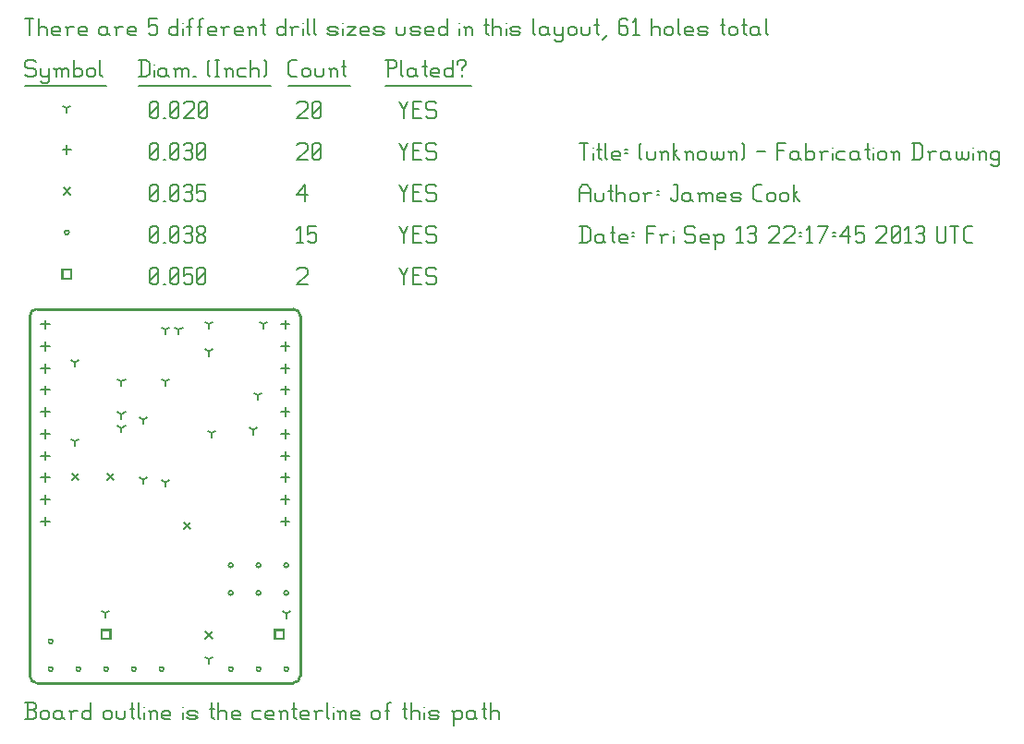
<source format=gbr>
G04 start of page 11 for group -3984 idx -3984 *
G04 Title: (unknown), fab *
G04 Creator: pcb 20110918 *
G04 CreationDate: Fri Sep 13 22:17:45 2013 UTC *
G04 For: mokus *
G04 Format: Gerber/RS-274X *
G04 PCB-Dimensions: 100000 140000 *
G04 PCB-Coordinate-Origin: lower left *
%MOIN*%
%FSLAX25Y25*%
%LNFAB*%
%ADD77C,0.0100*%
%ADD76C,0.0075*%
%ADD75C,0.0060*%
%ADD74R,0.0080X0.0080*%
G54D74*X27559Y22716D02*X30759D01*
X27559D02*Y19516D01*
X30759D01*
Y22716D02*Y19516D01*
X90059Y22716D02*X93259D01*
X90059D02*Y19516D01*
X93259D01*
Y22716D02*Y19516D01*
X13400Y152850D02*X16600D01*
X13400D02*Y149650D01*
X16600D01*
Y152850D02*Y149650D01*
G54D75*X135000Y153500D02*X136500Y150500D01*
X138000Y153500D01*
X136500Y150500D02*Y147500D01*
X139800Y150800D02*X142050D01*
X139800Y147500D02*X142800D01*
X139800Y153500D02*Y147500D01*
Y153500D02*X142800D01*
X147600D02*X148350Y152750D01*
X145350Y153500D02*X147600D01*
X144600Y152750D02*X145350Y153500D01*
X144600Y152750D02*Y151250D01*
X145350Y150500D01*
X147600D01*
X148350Y149750D01*
Y148250D01*
X147600Y147500D02*X148350Y148250D01*
X145350Y147500D02*X147600D01*
X144600Y148250D02*X145350Y147500D01*
X98000Y152750D02*X98750Y153500D01*
X101000D01*
X101750Y152750D01*
Y151250D01*
X98000Y147500D02*X101750Y151250D01*
X98000Y147500D02*X101750D01*
X45000Y148250D02*X45750Y147500D01*
X45000Y152750D02*Y148250D01*
Y152750D02*X45750Y153500D01*
X47250D01*
X48000Y152750D01*
Y148250D01*
X47250Y147500D02*X48000Y148250D01*
X45750Y147500D02*X47250D01*
X45000Y149000D02*X48000Y152000D01*
X49800Y147500D02*X50550D01*
X52350Y148250D02*X53100Y147500D01*
X52350Y152750D02*Y148250D01*
Y152750D02*X53100Y153500D01*
X54600D01*
X55350Y152750D01*
Y148250D01*
X54600Y147500D02*X55350Y148250D01*
X53100Y147500D02*X54600D01*
X52350Y149000D02*X55350Y152000D01*
X57150Y153500D02*X60150D01*
X57150D02*Y150500D01*
X57900Y151250D01*
X59400D01*
X60150Y150500D01*
Y148250D01*
X59400Y147500D02*X60150Y148250D01*
X57900Y147500D02*X59400D01*
X57150Y148250D02*X57900Y147500D01*
X61950Y148250D02*X62700Y147500D01*
X61950Y152750D02*Y148250D01*
Y152750D02*X62700Y153500D01*
X64200D01*
X64950Y152750D01*
Y148250D01*
X64200Y147500D02*X64950Y148250D01*
X62700Y147500D02*X64200D01*
X61950Y149000D02*X64950Y152000D01*
X73359Y8616D02*G75*G03X74959Y8616I800J0D01*G01*
G75*G03X73359Y8616I-800J0D01*G01*
X83359D02*G75*G03X84959Y8616I800J0D01*G01*
G75*G03X83359Y8616I-800J0D01*G01*
X93359D02*G75*G03X94959Y8616I800J0D01*G01*
G75*G03X93359Y8616I-800J0D01*G01*
X8359D02*G75*G03X9959Y8616I800J0D01*G01*
G75*G03X8359Y8616I-800J0D01*G01*
Y18616D02*G75*G03X9959Y18616I800J0D01*G01*
G75*G03X8359Y18616I-800J0D01*G01*
X18359Y8616D02*G75*G03X19959Y8616I800J0D01*G01*
G75*G03X18359Y8616I-800J0D01*G01*
X28359D02*G75*G03X29959Y8616I800J0D01*G01*
G75*G03X28359Y8616I-800J0D01*G01*
X38359D02*G75*G03X39959Y8616I800J0D01*G01*
G75*G03X38359Y8616I-800J0D01*G01*
X48359D02*G75*G03X49959Y8616I800J0D01*G01*
G75*G03X48359Y8616I-800J0D01*G01*
X93359Y46116D02*G75*G03X94959Y46116I800J0D01*G01*
G75*G03X93359Y46116I-800J0D01*G01*
Y36116D02*G75*G03X94959Y36116I800J0D01*G01*
G75*G03X93359Y36116I-800J0D01*G01*
X83359Y46116D02*G75*G03X84959Y46116I800J0D01*G01*
G75*G03X83359Y46116I-800J0D01*G01*
Y36116D02*G75*G03X84959Y36116I800J0D01*G01*
G75*G03X83359Y36116I-800J0D01*G01*
X73359Y46116D02*G75*G03X74959Y46116I800J0D01*G01*
G75*G03X73359Y46116I-800J0D01*G01*
Y36116D02*G75*G03X74959Y36116I800J0D01*G01*
G75*G03X73359Y36116I-800J0D01*G01*
X14200Y166250D02*G75*G03X15800Y166250I800J0D01*G01*
G75*G03X14200Y166250I-800J0D01*G01*
X135000Y168500D02*X136500Y165500D01*
X138000Y168500D01*
X136500Y165500D02*Y162500D01*
X139800Y165800D02*X142050D01*
X139800Y162500D02*X142800D01*
X139800Y168500D02*Y162500D01*
Y168500D02*X142800D01*
X147600D02*X148350Y167750D01*
X145350Y168500D02*X147600D01*
X144600Y167750D02*X145350Y168500D01*
X144600Y167750D02*Y166250D01*
X145350Y165500D01*
X147600D01*
X148350Y164750D01*
Y163250D01*
X147600Y162500D02*X148350Y163250D01*
X145350Y162500D02*X147600D01*
X144600Y163250D02*X145350Y162500D01*
X98000Y167300D02*X99200Y168500D01*
Y162500D01*
X98000D02*X100250D01*
X102050Y168500D02*X105050D01*
X102050D02*Y165500D01*
X102800Y166250D01*
X104300D01*
X105050Y165500D01*
Y163250D01*
X104300Y162500D02*X105050Y163250D01*
X102800Y162500D02*X104300D01*
X102050Y163250D02*X102800Y162500D01*
X45000Y163250D02*X45750Y162500D01*
X45000Y167750D02*Y163250D01*
Y167750D02*X45750Y168500D01*
X47250D01*
X48000Y167750D01*
Y163250D01*
X47250Y162500D02*X48000Y163250D01*
X45750Y162500D02*X47250D01*
X45000Y164000D02*X48000Y167000D01*
X49800Y162500D02*X50550D01*
X52350Y163250D02*X53100Y162500D01*
X52350Y167750D02*Y163250D01*
Y167750D02*X53100Y168500D01*
X54600D01*
X55350Y167750D01*
Y163250D01*
X54600Y162500D02*X55350Y163250D01*
X53100Y162500D02*X54600D01*
X52350Y164000D02*X55350Y167000D01*
X57150Y167750D02*X57900Y168500D01*
X59400D01*
X60150Y167750D01*
X59400Y162500D02*X60150Y163250D01*
X57900Y162500D02*X59400D01*
X57150Y163250D02*X57900Y162500D01*
Y165800D02*X59400D01*
X60150Y167750D02*Y166550D01*
Y165050D02*Y163250D01*
Y165050D02*X59400Y165800D01*
X60150Y166550D02*X59400Y165800D01*
X61950Y163250D02*X62700Y162500D01*
X61950Y164450D02*Y163250D01*
Y164450D02*X63000Y165500D01*
X63900D01*
X64950Y164450D01*
Y163250D01*
X64200Y162500D02*X64950Y163250D01*
X62700Y162500D02*X64200D01*
X61950Y166550D02*X63000Y165500D01*
X61950Y167750D02*Y166550D01*
Y167750D02*X62700Y168500D01*
X64200D01*
X64950Y167750D01*
Y166550D01*
X63900Y165500D02*X64950Y166550D01*
X16786Y79198D02*X19186Y76798D01*
X16786D02*X19186Y79198D01*
X29581D02*X31981Y76798D01*
X29581D02*X31981Y79198D01*
X57140Y61481D02*X59540Y59081D01*
X57140D02*X59540Y61481D01*
X65014Y22111D02*X67414Y19711D01*
X65014D02*X67414Y22111D01*
X13800Y182450D02*X16200Y180050D01*
X13800D02*X16200Y182450D01*
X135000Y183500D02*X136500Y180500D01*
X138000Y183500D01*
X136500Y180500D02*Y177500D01*
X139800Y180800D02*X142050D01*
X139800Y177500D02*X142800D01*
X139800Y183500D02*Y177500D01*
Y183500D02*X142800D01*
X147600D02*X148350Y182750D01*
X145350Y183500D02*X147600D01*
X144600Y182750D02*X145350Y183500D01*
X144600Y182750D02*Y181250D01*
X145350Y180500D01*
X147600D01*
X148350Y179750D01*
Y178250D01*
X147600Y177500D02*X148350Y178250D01*
X145350Y177500D02*X147600D01*
X144600Y178250D02*X145350Y177500D01*
X98000Y179750D02*X101000Y183500D01*
X98000Y179750D02*X101750D01*
X101000Y183500D02*Y177500D01*
X45000Y178250D02*X45750Y177500D01*
X45000Y182750D02*Y178250D01*
Y182750D02*X45750Y183500D01*
X47250D01*
X48000Y182750D01*
Y178250D01*
X47250Y177500D02*X48000Y178250D01*
X45750Y177500D02*X47250D01*
X45000Y179000D02*X48000Y182000D01*
X49800Y177500D02*X50550D01*
X52350Y178250D02*X53100Y177500D01*
X52350Y182750D02*Y178250D01*
Y182750D02*X53100Y183500D01*
X54600D01*
X55350Y182750D01*
Y178250D01*
X54600Y177500D02*X55350Y178250D01*
X53100Y177500D02*X54600D01*
X52350Y179000D02*X55350Y182000D01*
X57150Y182750D02*X57900Y183500D01*
X59400D01*
X60150Y182750D01*
X59400Y177500D02*X60150Y178250D01*
X57900Y177500D02*X59400D01*
X57150Y178250D02*X57900Y177500D01*
Y180800D02*X59400D01*
X60150Y182750D02*Y181550D01*
Y180050D02*Y178250D01*
Y180050D02*X59400Y180800D01*
X60150Y181550D02*X59400Y180800D01*
X61950Y183500D02*X64950D01*
X61950D02*Y180500D01*
X62700Y181250D01*
X64200D01*
X64950Y180500D01*
Y178250D01*
X64200Y177500D02*X64950Y178250D01*
X62700Y177500D02*X64200D01*
X61950Y178250D02*X62700Y177500D01*
X93759Y63616D02*Y60416D01*
X92159Y62016D02*X95359D01*
X7159Y63616D02*Y60416D01*
X5559Y62016D02*X8759D01*
X93759Y71516D02*Y68316D01*
X92159Y69916D02*X95359D01*
X7159Y71516D02*Y68316D01*
X5559Y69916D02*X8759D01*
X93759Y79416D02*Y76216D01*
X92159Y77816D02*X95359D01*
X7159Y79416D02*Y76216D01*
X5559Y77816D02*X8759D01*
X93759Y87316D02*Y84116D01*
X92159Y85716D02*X95359D01*
X7159Y87316D02*Y84116D01*
X5559Y85716D02*X8759D01*
X93759Y95216D02*Y92016D01*
X92159Y93616D02*X95359D01*
X7159Y95216D02*Y92016D01*
X5559Y93616D02*X8759D01*
X93759Y103116D02*Y99916D01*
X92159Y101516D02*X95359D01*
X7159Y103116D02*Y99916D01*
X5559Y101516D02*X8759D01*
X93759Y111016D02*Y107816D01*
X92159Y109416D02*X95359D01*
X7159Y111016D02*Y107816D01*
X5559Y109416D02*X8759D01*
X93759Y118916D02*Y115716D01*
X92159Y117316D02*X95359D01*
X7159Y118916D02*Y115716D01*
X5559Y117316D02*X8759D01*
X93759Y126816D02*Y123616D01*
X92159Y125216D02*X95359D01*
X7159Y126816D02*Y123616D01*
X5559Y125216D02*X8759D01*
X93759Y134716D02*Y131516D01*
X92159Y133116D02*X95359D01*
X7159Y134716D02*Y131516D01*
X5559Y133116D02*X8759D01*
X15000Y197850D02*Y194650D01*
X13400Y196250D02*X16600D01*
X135000Y198500D02*X136500Y195500D01*
X138000Y198500D01*
X136500Y195500D02*Y192500D01*
X139800Y195800D02*X142050D01*
X139800Y192500D02*X142800D01*
X139800Y198500D02*Y192500D01*
Y198500D02*X142800D01*
X147600D02*X148350Y197750D01*
X145350Y198500D02*X147600D01*
X144600Y197750D02*X145350Y198500D01*
X144600Y197750D02*Y196250D01*
X145350Y195500D01*
X147600D01*
X148350Y194750D01*
Y193250D01*
X147600Y192500D02*X148350Y193250D01*
X145350Y192500D02*X147600D01*
X144600Y193250D02*X145350Y192500D01*
X98000Y197750D02*X98750Y198500D01*
X101000D01*
X101750Y197750D01*
Y196250D01*
X98000Y192500D02*X101750Y196250D01*
X98000Y192500D02*X101750D01*
X103550Y193250D02*X104300Y192500D01*
X103550Y197750D02*Y193250D01*
Y197750D02*X104300Y198500D01*
X105800D01*
X106550Y197750D01*
Y193250D01*
X105800Y192500D02*X106550Y193250D01*
X104300Y192500D02*X105800D01*
X103550Y194000D02*X106550Y197000D01*
X45000Y193250D02*X45750Y192500D01*
X45000Y197750D02*Y193250D01*
Y197750D02*X45750Y198500D01*
X47250D01*
X48000Y197750D01*
Y193250D01*
X47250Y192500D02*X48000Y193250D01*
X45750Y192500D02*X47250D01*
X45000Y194000D02*X48000Y197000D01*
X49800Y192500D02*X50550D01*
X52350Y193250D02*X53100Y192500D01*
X52350Y197750D02*Y193250D01*
Y197750D02*X53100Y198500D01*
X54600D01*
X55350Y197750D01*
Y193250D01*
X54600Y192500D02*X55350Y193250D01*
X53100Y192500D02*X54600D01*
X52350Y194000D02*X55350Y197000D01*
X57150Y197750D02*X57900Y198500D01*
X59400D01*
X60150Y197750D01*
X59400Y192500D02*X60150Y193250D01*
X57900Y192500D02*X59400D01*
X57150Y193250D02*X57900Y192500D01*
Y195800D02*X59400D01*
X60150Y197750D02*Y196550D01*
Y195050D02*Y193250D01*
Y195050D02*X59400Y195800D01*
X60150Y196550D02*X59400Y195800D01*
X61950Y193250D02*X62700Y192500D01*
X61950Y197750D02*Y193250D01*
Y197750D02*X62700Y198500D01*
X64200D01*
X64950Y197750D01*
Y193250D01*
X64200Y192500D02*X64950Y193250D01*
X62700Y192500D02*X64200D01*
X61950Y194000D02*X64950Y197000D01*
X50466Y131147D02*Y129547D01*
Y131147D02*X51853Y131947D01*
X50466Y131147D02*X49080Y131947D01*
X55387Y131147D02*Y129547D01*
Y131147D02*X56774Y131947D01*
X55387Y131147D02*X54001Y131947D01*
X34718Y95714D02*Y94114D01*
Y95714D02*X36105Y96514D01*
X34718Y95714D02*X33332Y96514D01*
X34718Y100636D02*Y99036D01*
Y100636D02*X36105Y101436D01*
X34718Y100636D02*X33332Y101436D01*
X67198Y93746D02*Y92146D01*
Y93746D02*X68585Y94546D01*
X67198Y93746D02*X65812Y94546D01*
X50466Y76029D02*Y74429D01*
Y76029D02*X51853Y76829D01*
X50466Y76029D02*X49080Y76829D01*
X66214Y12053D02*Y10453D01*
Y12053D02*X67601Y12853D01*
X66214Y12053D02*X64828Y12853D01*
X17986Y90793D02*Y89193D01*
Y90793D02*X19373Y91593D01*
X17986Y90793D02*X16600Y91593D01*
X17986Y119336D02*Y117736D01*
Y119336D02*X19373Y120136D01*
X17986Y119336D02*X16600Y120136D01*
X66214Y123273D02*Y121673D01*
Y123273D02*X67601Y124073D01*
X66214Y123273D02*X64828Y124073D01*
X82159Y94927D02*Y93327D01*
Y94927D02*X83546Y95727D01*
X82159Y94927D02*X80773Y95727D01*
X83931Y107525D02*Y105925D01*
Y107525D02*X85318Y108325D01*
X83931Y107525D02*X82545Y108325D01*
X85899Y133116D02*Y131516D01*
Y133116D02*X87286Y133916D01*
X85899Y133116D02*X84513Y133916D01*
X66214Y133116D02*Y131516D01*
Y133116D02*X67601Y133916D01*
X66214Y133116D02*X64828Y133916D01*
X50466Y112447D02*Y110847D01*
Y112447D02*X51853Y113247D01*
X50466Y112447D02*X49080Y113247D01*
X34718Y112447D02*Y110847D01*
Y112447D02*X36105Y113247D01*
X34718Y112447D02*X33332Y113247D01*
X42592Y98667D02*Y97067D01*
Y98667D02*X43979Y99467D01*
X42592Y98667D02*X41206Y99467D01*
X28813Y28785D02*Y27185D01*
Y28785D02*X30200Y29585D01*
X28813Y28785D02*X27427Y29585D01*
X42592Y77014D02*Y75414D01*
Y77014D02*X43979Y77814D01*
X42592Y77014D02*X41206Y77814D01*
X94159Y28616D02*Y27016D01*
Y28616D02*X95546Y29416D01*
X94159Y28616D02*X92773Y29416D01*
X15000Y211250D02*Y209650D01*
Y211250D02*X16387Y212050D01*
X15000Y211250D02*X13613Y212050D01*
X135000Y213500D02*X136500Y210500D01*
X138000Y213500D01*
X136500Y210500D02*Y207500D01*
X139800Y210800D02*X142050D01*
X139800Y207500D02*X142800D01*
X139800Y213500D02*Y207500D01*
Y213500D02*X142800D01*
X147600D02*X148350Y212750D01*
X145350Y213500D02*X147600D01*
X144600Y212750D02*X145350Y213500D01*
X144600Y212750D02*Y211250D01*
X145350Y210500D01*
X147600D01*
X148350Y209750D01*
Y208250D01*
X147600Y207500D02*X148350Y208250D01*
X145350Y207500D02*X147600D01*
X144600Y208250D02*X145350Y207500D01*
X98000Y212750D02*X98750Y213500D01*
X101000D01*
X101750Y212750D01*
Y211250D01*
X98000Y207500D02*X101750Y211250D01*
X98000Y207500D02*X101750D01*
X103550Y208250D02*X104300Y207500D01*
X103550Y212750D02*Y208250D01*
Y212750D02*X104300Y213500D01*
X105800D01*
X106550Y212750D01*
Y208250D01*
X105800Y207500D02*X106550Y208250D01*
X104300Y207500D02*X105800D01*
X103550Y209000D02*X106550Y212000D01*
X45000Y208250D02*X45750Y207500D01*
X45000Y212750D02*Y208250D01*
Y212750D02*X45750Y213500D01*
X47250D01*
X48000Y212750D01*
Y208250D01*
X47250Y207500D02*X48000Y208250D01*
X45750Y207500D02*X47250D01*
X45000Y209000D02*X48000Y212000D01*
X49800Y207500D02*X50550D01*
X52350Y208250D02*X53100Y207500D01*
X52350Y212750D02*Y208250D01*
Y212750D02*X53100Y213500D01*
X54600D01*
X55350Y212750D01*
Y208250D01*
X54600Y207500D02*X55350Y208250D01*
X53100Y207500D02*X54600D01*
X52350Y209000D02*X55350Y212000D01*
X57150Y212750D02*X57900Y213500D01*
X60150D01*
X60900Y212750D01*
Y211250D01*
X57150Y207500D02*X60900Y211250D01*
X57150Y207500D02*X60900D01*
X62700Y208250D02*X63450Y207500D01*
X62700Y212750D02*Y208250D01*
Y212750D02*X63450Y213500D01*
X64950D01*
X65700Y212750D01*
Y208250D01*
X64950Y207500D02*X65700Y208250D01*
X63450Y207500D02*X64950D01*
X62700Y209000D02*X65700Y212000D01*
X3000Y228500D02*X3750Y227750D01*
X750Y228500D02*X3000D01*
X0Y227750D02*X750Y228500D01*
X0Y227750D02*Y226250D01*
X750Y225500D01*
X3000D01*
X3750Y224750D01*
Y223250D01*
X3000Y222500D02*X3750Y223250D01*
X750Y222500D02*X3000D01*
X0Y223250D02*X750Y222500D01*
X5550Y225500D02*Y223250D01*
X6300Y222500D01*
X8550Y225500D02*Y221000D01*
X7800Y220250D02*X8550Y221000D01*
X6300Y220250D02*X7800D01*
X5550Y221000D02*X6300Y220250D01*
Y222500D02*X7800D01*
X8550Y223250D01*
X11100Y224750D02*Y222500D01*
Y224750D02*X11850Y225500D01*
X12600D01*
X13350Y224750D01*
Y222500D01*
Y224750D02*X14100Y225500D01*
X14850D01*
X15600Y224750D01*
Y222500D01*
X10350Y225500D02*X11100Y224750D01*
X17400Y228500D02*Y222500D01*
Y223250D02*X18150Y222500D01*
X19650D01*
X20400Y223250D01*
Y224750D02*Y223250D01*
X19650Y225500D02*X20400Y224750D01*
X18150Y225500D02*X19650D01*
X17400Y224750D02*X18150Y225500D01*
X22200Y224750D02*Y223250D01*
Y224750D02*X22950Y225500D01*
X24450D01*
X25200Y224750D01*
Y223250D01*
X24450Y222500D02*X25200Y223250D01*
X22950Y222500D02*X24450D01*
X22200Y223250D02*X22950Y222500D01*
X27000Y228500D02*Y223250D01*
X27750Y222500D01*
X0Y219250D02*X29250D01*
X41750Y228500D02*Y222500D01*
X43700Y228500D02*X44750Y227450D01*
Y223550D01*
X43700Y222500D02*X44750Y223550D01*
X41000Y222500D02*X43700D01*
X41000Y228500D02*X43700D01*
G54D76*X46550Y227000D02*Y226850D01*
G54D75*Y224750D02*Y222500D01*
X50300Y225500D02*X51050Y224750D01*
X48800Y225500D02*X50300D01*
X48050Y224750D02*X48800Y225500D01*
X48050Y224750D02*Y223250D01*
X48800Y222500D01*
X51050Y225500D02*Y223250D01*
X51800Y222500D01*
X48800D02*X50300D01*
X51050Y223250D01*
X54350Y224750D02*Y222500D01*
Y224750D02*X55100Y225500D01*
X55850D01*
X56600Y224750D01*
Y222500D01*
Y224750D02*X57350Y225500D01*
X58100D01*
X58850Y224750D01*
Y222500D01*
X53600Y225500D02*X54350Y224750D01*
X60650Y222500D02*X61400D01*
X65900Y223250D02*X66650Y222500D01*
X65900Y227750D02*X66650Y228500D01*
X65900Y227750D02*Y223250D01*
X68450Y228500D02*X69950D01*
X69200D02*Y222500D01*
X68450D02*X69950D01*
X72500Y224750D02*Y222500D01*
Y224750D02*X73250Y225500D01*
X74000D01*
X74750Y224750D01*
Y222500D01*
X71750Y225500D02*X72500Y224750D01*
X77300Y225500D02*X79550D01*
X76550Y224750D02*X77300Y225500D01*
X76550Y224750D02*Y223250D01*
X77300Y222500D01*
X79550D01*
X81350Y228500D02*Y222500D01*
Y224750D02*X82100Y225500D01*
X83600D01*
X84350Y224750D01*
Y222500D01*
X86150Y228500D02*X86900Y227750D01*
Y223250D01*
X86150Y222500D02*X86900Y223250D01*
X41000Y219250D02*X88700D01*
X96050Y222500D02*X98000D01*
X95000Y223550D02*X96050Y222500D01*
X95000Y227450D02*Y223550D01*
Y227450D02*X96050Y228500D01*
X98000D01*
X99800Y224750D02*Y223250D01*
Y224750D02*X100550Y225500D01*
X102050D01*
X102800Y224750D01*
Y223250D01*
X102050Y222500D02*X102800Y223250D01*
X100550Y222500D02*X102050D01*
X99800Y223250D02*X100550Y222500D01*
X104600Y225500D02*Y223250D01*
X105350Y222500D01*
X106850D01*
X107600Y223250D01*
Y225500D02*Y223250D01*
X110150Y224750D02*Y222500D01*
Y224750D02*X110900Y225500D01*
X111650D01*
X112400Y224750D01*
Y222500D01*
X109400Y225500D02*X110150Y224750D01*
X114950Y228500D02*Y223250D01*
X115700Y222500D01*
X114200Y226250D02*X115700D01*
X95000Y219250D02*X117200D01*
X130750Y228500D02*Y222500D01*
X130000Y228500D02*X133000D01*
X133750Y227750D01*
Y226250D01*
X133000Y225500D02*X133750Y226250D01*
X130750Y225500D02*X133000D01*
X135550Y228500D02*Y223250D01*
X136300Y222500D01*
X140050Y225500D02*X140800Y224750D01*
X138550Y225500D02*X140050D01*
X137800Y224750D02*X138550Y225500D01*
X137800Y224750D02*Y223250D01*
X138550Y222500D01*
X140800Y225500D02*Y223250D01*
X141550Y222500D01*
X138550D02*X140050D01*
X140800Y223250D01*
X144100Y228500D02*Y223250D01*
X144850Y222500D01*
X143350Y226250D02*X144850D01*
X147100Y222500D02*X149350D01*
X146350Y223250D02*X147100Y222500D01*
X146350Y224750D02*Y223250D01*
Y224750D02*X147100Y225500D01*
X148600D01*
X149350Y224750D01*
X146350Y224000D02*X149350D01*
Y224750D02*Y224000D01*
X154150Y228500D02*Y222500D01*
X153400D02*X154150Y223250D01*
X151900Y222500D02*X153400D01*
X151150Y223250D02*X151900Y222500D01*
X151150Y224750D02*Y223250D01*
Y224750D02*X151900Y225500D01*
X153400D01*
X154150Y224750D01*
X157450Y225500D02*Y224750D01*
Y223250D02*Y222500D01*
X155950Y227750D02*Y227000D01*
Y227750D02*X156700Y228500D01*
X158200D01*
X158950Y227750D01*
Y227000D01*
X157450Y225500D02*X158950Y227000D01*
X130000Y219250D02*X160750D01*
X0Y243500D02*X3000D01*
X1500D02*Y237500D01*
X4800Y243500D02*Y237500D01*
Y239750D02*X5550Y240500D01*
X7050D01*
X7800Y239750D01*
Y237500D01*
X10350D02*X12600D01*
X9600Y238250D02*X10350Y237500D01*
X9600Y239750D02*Y238250D01*
Y239750D02*X10350Y240500D01*
X11850D01*
X12600Y239750D01*
X9600Y239000D02*X12600D01*
Y239750D02*Y239000D01*
X15150Y239750D02*Y237500D01*
Y239750D02*X15900Y240500D01*
X17400D01*
X14400D02*X15150Y239750D01*
X19950Y237500D02*X22200D01*
X19200Y238250D02*X19950Y237500D01*
X19200Y239750D02*Y238250D01*
Y239750D02*X19950Y240500D01*
X21450D01*
X22200Y239750D01*
X19200Y239000D02*X22200D01*
Y239750D02*Y239000D01*
X28950Y240500D02*X29700Y239750D01*
X27450Y240500D02*X28950D01*
X26700Y239750D02*X27450Y240500D01*
X26700Y239750D02*Y238250D01*
X27450Y237500D01*
X29700Y240500D02*Y238250D01*
X30450Y237500D01*
X27450D02*X28950D01*
X29700Y238250D01*
X33000Y239750D02*Y237500D01*
Y239750D02*X33750Y240500D01*
X35250D01*
X32250D02*X33000Y239750D01*
X37800Y237500D02*X40050D01*
X37050Y238250D02*X37800Y237500D01*
X37050Y239750D02*Y238250D01*
Y239750D02*X37800Y240500D01*
X39300D01*
X40050Y239750D01*
X37050Y239000D02*X40050D01*
Y239750D02*Y239000D01*
X44550Y243500D02*X47550D01*
X44550D02*Y240500D01*
X45300Y241250D01*
X46800D01*
X47550Y240500D01*
Y238250D01*
X46800Y237500D02*X47550Y238250D01*
X45300Y237500D02*X46800D01*
X44550Y238250D02*X45300Y237500D01*
X55050Y243500D02*Y237500D01*
X54300D02*X55050Y238250D01*
X52800Y237500D02*X54300D01*
X52050Y238250D02*X52800Y237500D01*
X52050Y239750D02*Y238250D01*
Y239750D02*X52800Y240500D01*
X54300D01*
X55050Y239750D01*
G54D76*X56850Y242000D02*Y241850D01*
G54D75*Y239750D02*Y237500D01*
X59100Y242750D02*Y237500D01*
Y242750D02*X59850Y243500D01*
X60600D01*
X58350Y240500D02*X59850D01*
X62850Y242750D02*Y237500D01*
Y242750D02*X63600Y243500D01*
X64350D01*
X62100Y240500D02*X63600D01*
X66600Y237500D02*X68850D01*
X65850Y238250D02*X66600Y237500D01*
X65850Y239750D02*Y238250D01*
Y239750D02*X66600Y240500D01*
X68100D01*
X68850Y239750D01*
X65850Y239000D02*X68850D01*
Y239750D02*Y239000D01*
X71400Y239750D02*Y237500D01*
Y239750D02*X72150Y240500D01*
X73650D01*
X70650D02*X71400Y239750D01*
X76200Y237500D02*X78450D01*
X75450Y238250D02*X76200Y237500D01*
X75450Y239750D02*Y238250D01*
Y239750D02*X76200Y240500D01*
X77700D01*
X78450Y239750D01*
X75450Y239000D02*X78450D01*
Y239750D02*Y239000D01*
X81000Y239750D02*Y237500D01*
Y239750D02*X81750Y240500D01*
X82500D01*
X83250Y239750D01*
Y237500D01*
X80250Y240500D02*X81000Y239750D01*
X85800Y243500D02*Y238250D01*
X86550Y237500D01*
X85050Y241250D02*X86550D01*
X93750Y243500D02*Y237500D01*
X93000D02*X93750Y238250D01*
X91500Y237500D02*X93000D01*
X90750Y238250D02*X91500Y237500D01*
X90750Y239750D02*Y238250D01*
Y239750D02*X91500Y240500D01*
X93000D01*
X93750Y239750D01*
X96300D02*Y237500D01*
Y239750D02*X97050Y240500D01*
X98550D01*
X95550D02*X96300Y239750D01*
G54D76*X100350Y242000D02*Y241850D01*
G54D75*Y239750D02*Y237500D01*
X101850Y243500D02*Y238250D01*
X102600Y237500D01*
X104100Y243500D02*Y238250D01*
X104850Y237500D01*
X109800D02*X112050D01*
X112800Y238250D01*
X112050Y239000D02*X112800Y238250D01*
X109800Y239000D02*X112050D01*
X109050Y239750D02*X109800Y239000D01*
X109050Y239750D02*X109800Y240500D01*
X112050D01*
X112800Y239750D01*
X109050Y238250D02*X109800Y237500D01*
G54D76*X114600Y242000D02*Y241850D01*
G54D75*Y239750D02*Y237500D01*
X116100Y240500D02*X119100D01*
X116100Y237500D02*X119100Y240500D01*
X116100Y237500D02*X119100D01*
X121650D02*X123900D01*
X120900Y238250D02*X121650Y237500D01*
X120900Y239750D02*Y238250D01*
Y239750D02*X121650Y240500D01*
X123150D01*
X123900Y239750D01*
X120900Y239000D02*X123900D01*
Y239750D02*Y239000D01*
X126450Y237500D02*X128700D01*
X129450Y238250D01*
X128700Y239000D02*X129450Y238250D01*
X126450Y239000D02*X128700D01*
X125700Y239750D02*X126450Y239000D01*
X125700Y239750D02*X126450Y240500D01*
X128700D01*
X129450Y239750D01*
X125700Y238250D02*X126450Y237500D01*
X133950Y240500D02*Y238250D01*
X134700Y237500D01*
X136200D01*
X136950Y238250D01*
Y240500D02*Y238250D01*
X139500Y237500D02*X141750D01*
X142500Y238250D01*
X141750Y239000D02*X142500Y238250D01*
X139500Y239000D02*X141750D01*
X138750Y239750D02*X139500Y239000D01*
X138750Y239750D02*X139500Y240500D01*
X141750D01*
X142500Y239750D01*
X138750Y238250D02*X139500Y237500D01*
X145050D02*X147300D01*
X144300Y238250D02*X145050Y237500D01*
X144300Y239750D02*Y238250D01*
Y239750D02*X145050Y240500D01*
X146550D01*
X147300Y239750D01*
X144300Y239000D02*X147300D01*
Y239750D02*Y239000D01*
X152100Y243500D02*Y237500D01*
X151350D02*X152100Y238250D01*
X149850Y237500D02*X151350D01*
X149100Y238250D02*X149850Y237500D01*
X149100Y239750D02*Y238250D01*
Y239750D02*X149850Y240500D01*
X151350D01*
X152100Y239750D01*
G54D76*X156600Y242000D02*Y241850D01*
G54D75*Y239750D02*Y237500D01*
X158850Y239750D02*Y237500D01*
Y239750D02*X159600Y240500D01*
X160350D01*
X161100Y239750D01*
Y237500D01*
X158100Y240500D02*X158850Y239750D01*
X166350Y243500D02*Y238250D01*
X167100Y237500D01*
X165600Y241250D02*X167100D01*
X168600Y243500D02*Y237500D01*
Y239750D02*X169350Y240500D01*
X170850D01*
X171600Y239750D01*
Y237500D01*
G54D76*X173400Y242000D02*Y241850D01*
G54D75*Y239750D02*Y237500D01*
X175650D02*X177900D01*
X178650Y238250D01*
X177900Y239000D02*X178650Y238250D01*
X175650Y239000D02*X177900D01*
X174900Y239750D02*X175650Y239000D01*
X174900Y239750D02*X175650Y240500D01*
X177900D01*
X178650Y239750D01*
X174900Y238250D02*X175650Y237500D01*
X183150Y243500D02*Y238250D01*
X183900Y237500D01*
X187650Y240500D02*X188400Y239750D01*
X186150Y240500D02*X187650D01*
X185400Y239750D02*X186150Y240500D01*
X185400Y239750D02*Y238250D01*
X186150Y237500D01*
X188400Y240500D02*Y238250D01*
X189150Y237500D01*
X186150D02*X187650D01*
X188400Y238250D01*
X190950Y240500D02*Y238250D01*
X191700Y237500D01*
X193950Y240500D02*Y236000D01*
X193200Y235250D02*X193950Y236000D01*
X191700Y235250D02*X193200D01*
X190950Y236000D02*X191700Y235250D01*
Y237500D02*X193200D01*
X193950Y238250D01*
X195750Y239750D02*Y238250D01*
Y239750D02*X196500Y240500D01*
X198000D01*
X198750Y239750D01*
Y238250D01*
X198000Y237500D02*X198750Y238250D01*
X196500Y237500D02*X198000D01*
X195750Y238250D02*X196500Y237500D01*
X200550Y240500D02*Y238250D01*
X201300Y237500D01*
X202800D01*
X203550Y238250D01*
Y240500D02*Y238250D01*
X206100Y243500D02*Y238250D01*
X206850Y237500D01*
X205350Y241250D02*X206850D01*
X208350Y236000D02*X209850Y237500D01*
X216600Y243500D02*X217350Y242750D01*
X215100Y243500D02*X216600D01*
X214350Y242750D02*X215100Y243500D01*
X214350Y242750D02*Y238250D01*
X215100Y237500D01*
X216600Y240800D02*X217350Y240050D01*
X214350Y240800D02*X216600D01*
X215100Y237500D02*X216600D01*
X217350Y238250D01*
Y240050D02*Y238250D01*
X219150Y242300D02*X220350Y243500D01*
Y237500D01*
X219150D02*X221400D01*
X225900Y243500D02*Y237500D01*
Y239750D02*X226650Y240500D01*
X228150D01*
X228900Y239750D01*
Y237500D01*
X230700Y239750D02*Y238250D01*
Y239750D02*X231450Y240500D01*
X232950D01*
X233700Y239750D01*
Y238250D01*
X232950Y237500D02*X233700Y238250D01*
X231450Y237500D02*X232950D01*
X230700Y238250D02*X231450Y237500D01*
X235500Y243500D02*Y238250D01*
X236250Y237500D01*
X238500D02*X240750D01*
X237750Y238250D02*X238500Y237500D01*
X237750Y239750D02*Y238250D01*
Y239750D02*X238500Y240500D01*
X240000D01*
X240750Y239750D01*
X237750Y239000D02*X240750D01*
Y239750D02*Y239000D01*
X243300Y237500D02*X245550D01*
X246300Y238250D01*
X245550Y239000D02*X246300Y238250D01*
X243300Y239000D02*X245550D01*
X242550Y239750D02*X243300Y239000D01*
X242550Y239750D02*X243300Y240500D01*
X245550D01*
X246300Y239750D01*
X242550Y238250D02*X243300Y237500D01*
X251550Y243500D02*Y238250D01*
X252300Y237500D01*
X250800Y241250D02*X252300D01*
X253800Y239750D02*Y238250D01*
Y239750D02*X254550Y240500D01*
X256050D01*
X256800Y239750D01*
Y238250D01*
X256050Y237500D02*X256800Y238250D01*
X254550Y237500D02*X256050D01*
X253800Y238250D02*X254550Y237500D01*
X259350Y243500D02*Y238250D01*
X260100Y237500D01*
X258600Y241250D02*X260100D01*
X263850Y240500D02*X264600Y239750D01*
X262350Y240500D02*X263850D01*
X261600Y239750D02*X262350Y240500D01*
X261600Y239750D02*Y238250D01*
X262350Y237500D01*
X264600Y240500D02*Y238250D01*
X265350Y237500D01*
X262350D02*X263850D01*
X264600Y238250D01*
X267150Y243500D02*Y238250D01*
X267900Y237500D01*
G54D77*X1659Y6116D02*Y136116D01*
X4159Y138616D02*X96659D01*
X99159Y136116D02*Y6116D01*
X96659Y3616D02*X4159D01*
X1659Y136116D02*G75*G02X4159Y138616I2500J0D01*G01*
X96659D02*G75*G02X99159Y136116I0J-2500D01*G01*
X96659Y3616D02*G75*G03X99159Y6116I0J2500D01*G01*
X4159Y3616D02*G75*G02X1659Y6116I0J2500D01*G01*
G54D75*X0Y-9500D02*X3000D01*
X3750Y-8750D01*
Y-6950D02*Y-8750D01*
X3000Y-6200D02*X3750Y-6950D01*
X750Y-6200D02*X3000D01*
X750Y-3500D02*Y-9500D01*
X0Y-3500D02*X3000D01*
X3750Y-4250D01*
Y-5450D01*
X3000Y-6200D02*X3750Y-5450D01*
X5550Y-7250D02*Y-8750D01*
Y-7250D02*X6300Y-6500D01*
X7800D01*
X8550Y-7250D01*
Y-8750D01*
X7800Y-9500D02*X8550Y-8750D01*
X6300Y-9500D02*X7800D01*
X5550Y-8750D02*X6300Y-9500D01*
X12600Y-6500D02*X13350Y-7250D01*
X11100Y-6500D02*X12600D01*
X10350Y-7250D02*X11100Y-6500D01*
X10350Y-7250D02*Y-8750D01*
X11100Y-9500D01*
X13350Y-6500D02*Y-8750D01*
X14100Y-9500D01*
X11100D02*X12600D01*
X13350Y-8750D01*
X16650Y-7250D02*Y-9500D01*
Y-7250D02*X17400Y-6500D01*
X18900D01*
X15900D02*X16650Y-7250D01*
X23700Y-3500D02*Y-9500D01*
X22950D02*X23700Y-8750D01*
X21450Y-9500D02*X22950D01*
X20700Y-8750D02*X21450Y-9500D01*
X20700Y-7250D02*Y-8750D01*
Y-7250D02*X21450Y-6500D01*
X22950D01*
X23700Y-7250D01*
X28200D02*Y-8750D01*
Y-7250D02*X28950Y-6500D01*
X30450D01*
X31200Y-7250D01*
Y-8750D01*
X30450Y-9500D02*X31200Y-8750D01*
X28950Y-9500D02*X30450D01*
X28200Y-8750D02*X28950Y-9500D01*
X33000Y-6500D02*Y-8750D01*
X33750Y-9500D01*
X35250D01*
X36000Y-8750D01*
Y-6500D02*Y-8750D01*
X38550Y-3500D02*Y-8750D01*
X39300Y-9500D01*
X37800Y-5750D02*X39300D01*
X40800Y-3500D02*Y-8750D01*
X41550Y-9500D01*
G54D76*X43050Y-5000D02*Y-5150D01*
G54D75*Y-7250D02*Y-9500D01*
X45300Y-7250D02*Y-9500D01*
Y-7250D02*X46050Y-6500D01*
X46800D01*
X47550Y-7250D01*
Y-9500D01*
X44550Y-6500D02*X45300Y-7250D01*
X50100Y-9500D02*X52350D01*
X49350Y-8750D02*X50100Y-9500D01*
X49350Y-7250D02*Y-8750D01*
Y-7250D02*X50100Y-6500D01*
X51600D01*
X52350Y-7250D01*
X49350Y-8000D02*X52350D01*
Y-7250D02*Y-8000D01*
G54D76*X56850Y-5000D02*Y-5150D01*
G54D75*Y-7250D02*Y-9500D01*
X59100D02*X61350D01*
X62100Y-8750D01*
X61350Y-8000D02*X62100Y-8750D01*
X59100Y-8000D02*X61350D01*
X58350Y-7250D02*X59100Y-8000D01*
X58350Y-7250D02*X59100Y-6500D01*
X61350D01*
X62100Y-7250D01*
X58350Y-8750D02*X59100Y-9500D01*
X67350Y-3500D02*Y-8750D01*
X68100Y-9500D01*
X66600Y-5750D02*X68100D01*
X69600Y-3500D02*Y-9500D01*
Y-7250D02*X70350Y-6500D01*
X71850D01*
X72600Y-7250D01*
Y-9500D01*
X75150D02*X77400D01*
X74400Y-8750D02*X75150Y-9500D01*
X74400Y-7250D02*Y-8750D01*
Y-7250D02*X75150Y-6500D01*
X76650D01*
X77400Y-7250D01*
X74400Y-8000D02*X77400D01*
Y-7250D02*Y-8000D01*
X82650Y-6500D02*X84900D01*
X81900Y-7250D02*X82650Y-6500D01*
X81900Y-7250D02*Y-8750D01*
X82650Y-9500D01*
X84900D01*
X87450D02*X89700D01*
X86700Y-8750D02*X87450Y-9500D01*
X86700Y-7250D02*Y-8750D01*
Y-7250D02*X87450Y-6500D01*
X88950D01*
X89700Y-7250D01*
X86700Y-8000D02*X89700D01*
Y-7250D02*Y-8000D01*
X92250Y-7250D02*Y-9500D01*
Y-7250D02*X93000Y-6500D01*
X93750D01*
X94500Y-7250D01*
Y-9500D01*
X91500Y-6500D02*X92250Y-7250D01*
X97050Y-3500D02*Y-8750D01*
X97800Y-9500D01*
X96300Y-5750D02*X97800D01*
X100050Y-9500D02*X102300D01*
X99300Y-8750D02*X100050Y-9500D01*
X99300Y-7250D02*Y-8750D01*
Y-7250D02*X100050Y-6500D01*
X101550D01*
X102300Y-7250D01*
X99300Y-8000D02*X102300D01*
Y-7250D02*Y-8000D01*
X104850Y-7250D02*Y-9500D01*
Y-7250D02*X105600Y-6500D01*
X107100D01*
X104100D02*X104850Y-7250D01*
X108900Y-3500D02*Y-8750D01*
X109650Y-9500D01*
G54D76*X111150Y-5000D02*Y-5150D01*
G54D75*Y-7250D02*Y-9500D01*
X113400Y-7250D02*Y-9500D01*
Y-7250D02*X114150Y-6500D01*
X114900D01*
X115650Y-7250D01*
Y-9500D01*
X112650Y-6500D02*X113400Y-7250D01*
X118200Y-9500D02*X120450D01*
X117450Y-8750D02*X118200Y-9500D01*
X117450Y-7250D02*Y-8750D01*
Y-7250D02*X118200Y-6500D01*
X119700D01*
X120450Y-7250D01*
X117450Y-8000D02*X120450D01*
Y-7250D02*Y-8000D01*
X124950Y-7250D02*Y-8750D01*
Y-7250D02*X125700Y-6500D01*
X127200D01*
X127950Y-7250D01*
Y-8750D01*
X127200Y-9500D02*X127950Y-8750D01*
X125700Y-9500D02*X127200D01*
X124950Y-8750D02*X125700Y-9500D01*
X130500Y-4250D02*Y-9500D01*
Y-4250D02*X131250Y-3500D01*
X132000D01*
X129750Y-6500D02*X131250D01*
X136950Y-3500D02*Y-8750D01*
X137700Y-9500D01*
X136200Y-5750D02*X137700D01*
X139200Y-3500D02*Y-9500D01*
Y-7250D02*X139950Y-6500D01*
X141450D01*
X142200Y-7250D01*
Y-9500D01*
G54D76*X144000Y-5000D02*Y-5150D01*
G54D75*Y-7250D02*Y-9500D01*
X146250D02*X148500D01*
X149250Y-8750D01*
X148500Y-8000D02*X149250Y-8750D01*
X146250Y-8000D02*X148500D01*
X145500Y-7250D02*X146250Y-8000D01*
X145500Y-7250D02*X146250Y-6500D01*
X148500D01*
X149250Y-7250D01*
X145500Y-8750D02*X146250Y-9500D01*
X154500Y-7250D02*Y-11750D01*
X153750Y-6500D02*X154500Y-7250D01*
X155250Y-6500D01*
X156750D01*
X157500Y-7250D01*
Y-8750D01*
X156750Y-9500D02*X157500Y-8750D01*
X155250Y-9500D02*X156750D01*
X154500Y-8750D02*X155250Y-9500D01*
X161550Y-6500D02*X162300Y-7250D01*
X160050Y-6500D02*X161550D01*
X159300Y-7250D02*X160050Y-6500D01*
X159300Y-7250D02*Y-8750D01*
X160050Y-9500D01*
X162300Y-6500D02*Y-8750D01*
X163050Y-9500D01*
X160050D02*X161550D01*
X162300Y-8750D01*
X165600Y-3500D02*Y-8750D01*
X166350Y-9500D01*
X164850Y-5750D02*X166350D01*
X167850Y-3500D02*Y-9500D01*
Y-7250D02*X168600Y-6500D01*
X170100D01*
X170850Y-7250D01*
Y-9500D01*
X200750Y168500D02*Y162500D01*
X202700Y168500D02*X203750Y167450D01*
Y163550D01*
X202700Y162500D02*X203750Y163550D01*
X200000Y162500D02*X202700D01*
X200000Y168500D02*X202700D01*
X207800Y165500D02*X208550Y164750D01*
X206300Y165500D02*X207800D01*
X205550Y164750D02*X206300Y165500D01*
X205550Y164750D02*Y163250D01*
X206300Y162500D01*
X208550Y165500D02*Y163250D01*
X209300Y162500D01*
X206300D02*X207800D01*
X208550Y163250D01*
X211850Y168500D02*Y163250D01*
X212600Y162500D01*
X211100Y166250D02*X212600D01*
X214850Y162500D02*X217100D01*
X214100Y163250D02*X214850Y162500D01*
X214100Y164750D02*Y163250D01*
Y164750D02*X214850Y165500D01*
X216350D01*
X217100Y164750D01*
X214100Y164000D02*X217100D01*
Y164750D02*Y164000D01*
X218900Y166250D02*X219650D01*
X218900Y164750D02*X219650D01*
X224150Y168500D02*Y162500D01*
Y168500D02*X227150D01*
X224150Y165800D02*X226400D01*
X229700Y164750D02*Y162500D01*
Y164750D02*X230450Y165500D01*
X231950D01*
X228950D02*X229700Y164750D01*
G54D76*X233750Y167000D02*Y166850D01*
G54D75*Y164750D02*Y162500D01*
X240950Y168500D02*X241700Y167750D01*
X238700Y168500D02*X240950D01*
X237950Y167750D02*X238700Y168500D01*
X237950Y167750D02*Y166250D01*
X238700Y165500D01*
X240950D01*
X241700Y164750D01*
Y163250D01*
X240950Y162500D02*X241700Y163250D01*
X238700Y162500D02*X240950D01*
X237950Y163250D02*X238700Y162500D01*
X244250D02*X246500D01*
X243500Y163250D02*X244250Y162500D01*
X243500Y164750D02*Y163250D01*
Y164750D02*X244250Y165500D01*
X245750D01*
X246500Y164750D01*
X243500Y164000D02*X246500D01*
Y164750D02*Y164000D01*
X249050Y164750D02*Y160250D01*
X248300Y165500D02*X249050Y164750D01*
X249800Y165500D01*
X251300D01*
X252050Y164750D01*
Y163250D01*
X251300Y162500D02*X252050Y163250D01*
X249800Y162500D02*X251300D01*
X249050Y163250D02*X249800Y162500D01*
X256550Y167300D02*X257750Y168500D01*
Y162500D01*
X256550D02*X258800D01*
X260600Y167750D02*X261350Y168500D01*
X262850D01*
X263600Y167750D01*
X262850Y162500D02*X263600Y163250D01*
X261350Y162500D02*X262850D01*
X260600Y163250D02*X261350Y162500D01*
Y165800D02*X262850D01*
X263600Y167750D02*Y166550D01*
Y165050D02*Y163250D01*
Y165050D02*X262850Y165800D01*
X263600Y166550D02*X262850Y165800D01*
X268100Y167750D02*X268850Y168500D01*
X271100D01*
X271850Y167750D01*
Y166250D01*
X268100Y162500D02*X271850Y166250D01*
X268100Y162500D02*X271850D01*
X273650Y167750D02*X274400Y168500D01*
X276650D01*
X277400Y167750D01*
Y166250D01*
X273650Y162500D02*X277400Y166250D01*
X273650Y162500D02*X277400D01*
X279200Y166250D02*X279950D01*
X279200Y164750D02*X279950D01*
X281750Y167300D02*X282950Y168500D01*
Y162500D01*
X281750D02*X284000D01*
X286550D02*X289550Y168500D01*
X285800D02*X289550D01*
X291350Y166250D02*X292100D01*
X291350Y164750D02*X292100D01*
X293900D02*X296900Y168500D01*
X293900Y164750D02*X297650D01*
X296900Y168500D02*Y162500D01*
X299450Y168500D02*X302450D01*
X299450D02*Y165500D01*
X300200Y166250D01*
X301700D01*
X302450Y165500D01*
Y163250D01*
X301700Y162500D02*X302450Y163250D01*
X300200Y162500D02*X301700D01*
X299450Y163250D02*X300200Y162500D01*
X306950Y167750D02*X307700Y168500D01*
X309950D01*
X310700Y167750D01*
Y166250D01*
X306950Y162500D02*X310700Y166250D01*
X306950Y162500D02*X310700D01*
X312500Y163250D02*X313250Y162500D01*
X312500Y167750D02*Y163250D01*
Y167750D02*X313250Y168500D01*
X314750D01*
X315500Y167750D01*
Y163250D01*
X314750Y162500D02*X315500Y163250D01*
X313250Y162500D02*X314750D01*
X312500Y164000D02*X315500Y167000D01*
X317300Y167300D02*X318500Y168500D01*
Y162500D01*
X317300D02*X319550D01*
X321350Y167750D02*X322100Y168500D01*
X323600D01*
X324350Y167750D01*
X323600Y162500D02*X324350Y163250D01*
X322100Y162500D02*X323600D01*
X321350Y163250D02*X322100Y162500D01*
Y165800D02*X323600D01*
X324350Y167750D02*Y166550D01*
Y165050D02*Y163250D01*
Y165050D02*X323600Y165800D01*
X324350Y166550D02*X323600Y165800D01*
X328850Y168500D02*Y163250D01*
X329600Y162500D01*
X331100D01*
X331850Y163250D01*
Y168500D02*Y163250D01*
X333650Y168500D02*X336650D01*
X335150D02*Y162500D01*
X339500D02*X341450D01*
X338450Y163550D02*X339500Y162500D01*
X338450Y167450D02*Y163550D01*
Y167450D02*X339500Y168500D01*
X341450D01*
X200000Y182000D02*Y177500D01*
Y182000D02*X201050Y183500D01*
X202700D01*
X203750Y182000D01*
Y177500D01*
X200000Y180500D02*X203750D01*
X205550D02*Y178250D01*
X206300Y177500D01*
X207800D01*
X208550Y178250D01*
Y180500D02*Y178250D01*
X211100Y183500D02*Y178250D01*
X211850Y177500D01*
X210350Y181250D02*X211850D01*
X213350Y183500D02*Y177500D01*
Y179750D02*X214100Y180500D01*
X215600D01*
X216350Y179750D01*
Y177500D01*
X218150Y179750D02*Y178250D01*
Y179750D02*X218900Y180500D01*
X220400D01*
X221150Y179750D01*
Y178250D01*
X220400Y177500D02*X221150Y178250D01*
X218900Y177500D02*X220400D01*
X218150Y178250D02*X218900Y177500D01*
X223700Y179750D02*Y177500D01*
Y179750D02*X224450Y180500D01*
X225950D01*
X222950D02*X223700Y179750D01*
X227750Y181250D02*X228500D01*
X227750Y179750D02*X228500D01*
X234050Y183500D02*X235250D01*
Y178250D01*
X234500Y177500D02*X235250Y178250D01*
X233750Y177500D02*X234500D01*
X233000Y178250D02*X233750Y177500D01*
X233000Y179000D02*Y178250D01*
X239300Y180500D02*X240050Y179750D01*
X237800Y180500D02*X239300D01*
X237050Y179750D02*X237800Y180500D01*
X237050Y179750D02*Y178250D01*
X237800Y177500D01*
X240050Y180500D02*Y178250D01*
X240800Y177500D01*
X237800D02*X239300D01*
X240050Y178250D01*
X243350Y179750D02*Y177500D01*
Y179750D02*X244100Y180500D01*
X244850D01*
X245600Y179750D01*
Y177500D01*
Y179750D02*X246350Y180500D01*
X247100D01*
X247850Y179750D01*
Y177500D01*
X242600Y180500D02*X243350Y179750D01*
X250400Y177500D02*X252650D01*
X249650Y178250D02*X250400Y177500D01*
X249650Y179750D02*Y178250D01*
Y179750D02*X250400Y180500D01*
X251900D01*
X252650Y179750D01*
X249650Y179000D02*X252650D01*
Y179750D02*Y179000D01*
X255200Y177500D02*X257450D01*
X258200Y178250D01*
X257450Y179000D02*X258200Y178250D01*
X255200Y179000D02*X257450D01*
X254450Y179750D02*X255200Y179000D01*
X254450Y179750D02*X255200Y180500D01*
X257450D01*
X258200Y179750D01*
X254450Y178250D02*X255200Y177500D01*
X263750D02*X265700D01*
X262700Y178550D02*X263750Y177500D01*
X262700Y182450D02*Y178550D01*
Y182450D02*X263750Y183500D01*
X265700D01*
X267500Y179750D02*Y178250D01*
Y179750D02*X268250Y180500D01*
X269750D01*
X270500Y179750D01*
Y178250D01*
X269750Y177500D02*X270500Y178250D01*
X268250Y177500D02*X269750D01*
X267500Y178250D02*X268250Y177500D01*
X272300Y179750D02*Y178250D01*
Y179750D02*X273050Y180500D01*
X274550D01*
X275300Y179750D01*
Y178250D01*
X274550Y177500D02*X275300Y178250D01*
X273050Y177500D02*X274550D01*
X272300Y178250D02*X273050Y177500D01*
X277100Y183500D02*Y177500D01*
Y179750D02*X279350Y177500D01*
X277100Y179750D02*X278600Y181250D01*
X200000Y198500D02*X203000D01*
X201500D02*Y192500D01*
G54D76*X204800Y197000D02*Y196850D01*
G54D75*Y194750D02*Y192500D01*
X207050Y198500D02*Y193250D01*
X207800Y192500D01*
X206300Y196250D02*X207800D01*
X209300Y198500D02*Y193250D01*
X210050Y192500D01*
X212300D02*X214550D01*
X211550Y193250D02*X212300Y192500D01*
X211550Y194750D02*Y193250D01*
Y194750D02*X212300Y195500D01*
X213800D01*
X214550Y194750D01*
X211550Y194000D02*X214550D01*
Y194750D02*Y194000D01*
X216350Y196250D02*X217100D01*
X216350Y194750D02*X217100D01*
X221600Y193250D02*X222350Y192500D01*
X221600Y197750D02*X222350Y198500D01*
X221600Y197750D02*Y193250D01*
X224150Y195500D02*Y193250D01*
X224900Y192500D01*
X226400D01*
X227150Y193250D01*
Y195500D02*Y193250D01*
X229700Y194750D02*Y192500D01*
Y194750D02*X230450Y195500D01*
X231200D01*
X231950Y194750D01*
Y192500D01*
X228950Y195500D02*X229700Y194750D01*
X233750Y198500D02*Y192500D01*
Y194750D02*X236000Y192500D01*
X233750Y194750D02*X235250Y196250D01*
X238550Y194750D02*Y192500D01*
Y194750D02*X239300Y195500D01*
X240050D01*
X240800Y194750D01*
Y192500D01*
X237800Y195500D02*X238550Y194750D01*
X242600D02*Y193250D01*
Y194750D02*X243350Y195500D01*
X244850D01*
X245600Y194750D01*
Y193250D01*
X244850Y192500D02*X245600Y193250D01*
X243350Y192500D02*X244850D01*
X242600Y193250D02*X243350Y192500D01*
X247400Y195500D02*Y193250D01*
X248150Y192500D01*
X248900D01*
X249650Y193250D01*
Y195500D02*Y193250D01*
X250400Y192500D01*
X251150D01*
X251900Y193250D01*
Y195500D02*Y193250D01*
X254450Y194750D02*Y192500D01*
Y194750D02*X255200Y195500D01*
X255950D01*
X256700Y194750D01*
Y192500D01*
X253700Y195500D02*X254450Y194750D01*
X258500Y198500D02*X259250Y197750D01*
Y193250D01*
X258500Y192500D02*X259250Y193250D01*
X263750Y195500D02*X266750D01*
X271250Y198500D02*Y192500D01*
Y198500D02*X274250D01*
X271250Y195800D02*X273500D01*
X278300Y195500D02*X279050Y194750D01*
X276800Y195500D02*X278300D01*
X276050Y194750D02*X276800Y195500D01*
X276050Y194750D02*Y193250D01*
X276800Y192500D01*
X279050Y195500D02*Y193250D01*
X279800Y192500D01*
X276800D02*X278300D01*
X279050Y193250D01*
X281600Y198500D02*Y192500D01*
Y193250D02*X282350Y192500D01*
X283850D01*
X284600Y193250D01*
Y194750D02*Y193250D01*
X283850Y195500D02*X284600Y194750D01*
X282350Y195500D02*X283850D01*
X281600Y194750D02*X282350Y195500D01*
X287150Y194750D02*Y192500D01*
Y194750D02*X287900Y195500D01*
X289400D01*
X286400D02*X287150Y194750D01*
G54D76*X291200Y197000D02*Y196850D01*
G54D75*Y194750D02*Y192500D01*
X293450Y195500D02*X295700D01*
X292700Y194750D02*X293450Y195500D01*
X292700Y194750D02*Y193250D01*
X293450Y192500D01*
X295700D01*
X299750Y195500D02*X300500Y194750D01*
X298250Y195500D02*X299750D01*
X297500Y194750D02*X298250Y195500D01*
X297500Y194750D02*Y193250D01*
X298250Y192500D01*
X300500Y195500D02*Y193250D01*
X301250Y192500D01*
X298250D02*X299750D01*
X300500Y193250D01*
X303800Y198500D02*Y193250D01*
X304550Y192500D01*
X303050Y196250D02*X304550D01*
G54D76*X306050Y197000D02*Y196850D01*
G54D75*Y194750D02*Y192500D01*
X307550Y194750D02*Y193250D01*
Y194750D02*X308300Y195500D01*
X309800D01*
X310550Y194750D01*
Y193250D01*
X309800Y192500D02*X310550Y193250D01*
X308300Y192500D02*X309800D01*
X307550Y193250D02*X308300Y192500D01*
X313100Y194750D02*Y192500D01*
Y194750D02*X313850Y195500D01*
X314600D01*
X315350Y194750D01*
Y192500D01*
X312350Y195500D02*X313100Y194750D01*
X320600Y198500D02*Y192500D01*
X322550Y198500D02*X323600Y197450D01*
Y193550D01*
X322550Y192500D02*X323600Y193550D01*
X319850Y192500D02*X322550D01*
X319850Y198500D02*X322550D01*
X326150Y194750D02*Y192500D01*
Y194750D02*X326900Y195500D01*
X328400D01*
X325400D02*X326150Y194750D01*
X332450Y195500D02*X333200Y194750D01*
X330950Y195500D02*X332450D01*
X330200Y194750D02*X330950Y195500D01*
X330200Y194750D02*Y193250D01*
X330950Y192500D01*
X333200Y195500D02*Y193250D01*
X333950Y192500D01*
X330950D02*X332450D01*
X333200Y193250D01*
X335750Y195500D02*Y193250D01*
X336500Y192500D01*
X337250D01*
X338000Y193250D01*
Y195500D02*Y193250D01*
X338750Y192500D01*
X339500D01*
X340250Y193250D01*
Y195500D02*Y193250D01*
G54D76*X342050Y197000D02*Y196850D01*
G54D75*Y194750D02*Y192500D01*
X344300Y194750D02*Y192500D01*
Y194750D02*X345050Y195500D01*
X345800D01*
X346550Y194750D01*
Y192500D01*
X343550Y195500D02*X344300Y194750D01*
X350600Y195500D02*X351350Y194750D01*
X349100Y195500D02*X350600D01*
X348350Y194750D02*X349100Y195500D01*
X348350Y194750D02*Y193250D01*
X349100Y192500D01*
X350600D01*
X351350Y193250D01*
X348350Y191000D02*X349100Y190250D01*
X350600D01*
X351350Y191000D01*
Y195500D02*Y191000D01*
M02*

</source>
